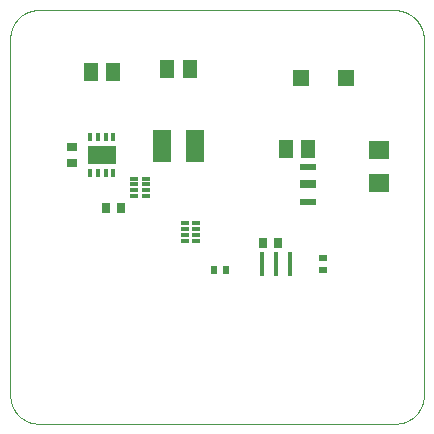
<source format=gbp>
G04 EAGLE Gerber RS-274X export*
G75*
%MOMM*%
%FSLAX35Y35*%
%LPD*%
%INsolder_paste_bottom*%
%IPPOS*%
%AMOC8*
5,1,8,0,0,1.08239X$1,22.5*%
G01*
%ADD10C,0.000000*%
%ADD11R,1.300000X1.500000*%
%ADD12R,0.900000X0.700000*%
%ADD13R,0.700000X0.900000*%
%ADD14R,1.400000X1.400000*%
%ADD15R,2.400000X1.500000*%
%ADD16R,0.350000X0.650000*%
%ADD17R,1.600000X2.700000*%
%ADD18R,0.400000X2.000000*%
%ADD19R,0.700000X0.600000*%
%ADD20R,1.800000X1.600000*%
%ADD21R,0.600000X0.700000*%
%ADD22R,0.650000X0.300000*%
%ADD23R,1.400000X0.570000*%
%ADD24R,1.400000X0.650000*%


D10*
X250000Y0D02*
X3250000Y0D01*
X3500000Y225000D02*
X3500000Y3275000D01*
X3225000Y3500000D02*
X250000Y3500000D01*
X0Y3275000D02*
X0Y225000D01*
X0Y3275000D02*
X371Y3280735D01*
X881Y3286460D01*
X1529Y3292170D01*
X2315Y3297864D01*
X3238Y3303536D01*
X4298Y3309185D01*
X5494Y3314806D01*
X6826Y3320397D01*
X8292Y3325954D01*
X9892Y3331474D01*
X11626Y3336954D01*
X13491Y3342390D01*
X15487Y3347780D01*
X17612Y3353120D01*
X19866Y3358406D01*
X22247Y3363637D01*
X24754Y3368809D01*
X27385Y3373919D01*
X30138Y3378963D01*
X33013Y3383940D01*
X36007Y3388846D01*
X39119Y3393678D01*
X42347Y3398433D01*
X45688Y3403109D01*
X49142Y3407703D01*
X52706Y3412212D01*
X56377Y3416633D01*
X60154Y3420965D01*
X64035Y3425204D01*
X68018Y3429348D01*
X72099Y3433395D01*
X76276Y3437342D01*
X80548Y3441186D01*
X84912Y3444927D01*
X89365Y3448561D01*
X93904Y3452086D01*
X98527Y3455500D01*
X103231Y3458802D01*
X108014Y3461989D01*
X112872Y3465060D01*
X117803Y3468012D01*
X122804Y3470844D01*
X127872Y3473555D01*
X133003Y3476142D01*
X138196Y3478605D01*
X143447Y3480942D01*
X148753Y3483150D01*
X154111Y3485230D01*
X159517Y3487180D01*
X164969Y3488999D01*
X170463Y3490686D01*
X175997Y3492239D01*
X181566Y3493658D01*
X187168Y3494942D01*
X192799Y3496090D01*
X198457Y3497102D01*
X204137Y3497977D01*
X209837Y3498715D01*
X215553Y3499314D01*
X221281Y3499775D01*
X227020Y3500098D01*
X232764Y3500282D01*
X238511Y3500327D01*
X244257Y3500233D01*
X250000Y3500000D01*
X3225000Y3500000D02*
X3231143Y3500538D01*
X3237297Y3500926D01*
X3243459Y3501162D01*
X3249625Y3501247D01*
X3255791Y3501180D01*
X3261953Y3500962D01*
X3268109Y3500594D01*
X3274253Y3500074D01*
X3280383Y3499403D01*
X3286494Y3498582D01*
X3292584Y3497612D01*
X3298648Y3496492D01*
X3304682Y3495224D01*
X3310684Y3493808D01*
X3316649Y3492246D01*
X3322574Y3490537D01*
X3328455Y3488684D01*
X3334289Y3486686D01*
X3340072Y3484546D01*
X3345801Y3482265D01*
X3351472Y3479844D01*
X3357083Y3477285D01*
X3362628Y3474588D01*
X3368106Y3471757D01*
X3373512Y3468792D01*
X3378845Y3465694D01*
X3384099Y3462467D01*
X3389273Y3459113D01*
X3394363Y3455632D01*
X3399366Y3452027D01*
X3404279Y3448300D01*
X3409099Y3444454D01*
X3413823Y3440491D01*
X3418449Y3436414D01*
X3422973Y3432224D01*
X3427393Y3427924D01*
X3431706Y3423517D01*
X3435909Y3419005D01*
X3440001Y3414392D01*
X3443978Y3409679D01*
X3447839Y3404871D01*
X3451580Y3399969D01*
X3455199Y3394977D01*
X3458695Y3389897D01*
X3462066Y3384733D01*
X3465309Y3379489D01*
X3468422Y3374166D01*
X3471403Y3368768D01*
X3474251Y3363299D01*
X3476964Y3357761D01*
X3479540Y3352159D01*
X3481978Y3346495D01*
X3484276Y3340773D01*
X3486433Y3334996D01*
X3488448Y3329168D01*
X3490319Y3323292D01*
X3492045Y3317372D01*
X3493626Y3311412D01*
X3495060Y3305415D01*
X3496346Y3299384D01*
X3497484Y3293323D01*
X3498472Y3287237D01*
X3499311Y3281128D01*
X3500000Y3275000D01*
X3500000Y225000D02*
X3499629Y219265D01*
X3499119Y213540D01*
X3498471Y207830D01*
X3497685Y202136D01*
X3496762Y196464D01*
X3495702Y190815D01*
X3494506Y185194D01*
X3493174Y179603D01*
X3491708Y174046D01*
X3490108Y168526D01*
X3488374Y163046D01*
X3486509Y157610D01*
X3484513Y152220D01*
X3482388Y146880D01*
X3480134Y141594D01*
X3477753Y136363D01*
X3475246Y131191D01*
X3472615Y126081D01*
X3469862Y121037D01*
X3466987Y116060D01*
X3463993Y111154D01*
X3460881Y106322D01*
X3457653Y101567D01*
X3454312Y96891D01*
X3450858Y92297D01*
X3447294Y87788D01*
X3443623Y83367D01*
X3439846Y79035D01*
X3435965Y74796D01*
X3431982Y70652D01*
X3427901Y66605D01*
X3423724Y62658D01*
X3419452Y58814D01*
X3415088Y55073D01*
X3410635Y51439D01*
X3406096Y47914D01*
X3401473Y44500D01*
X3396769Y41198D01*
X3391986Y38011D01*
X3387128Y34940D01*
X3382197Y31988D01*
X3377196Y29156D01*
X3372128Y26445D01*
X3366997Y23858D01*
X3361804Y21395D01*
X3356553Y19058D01*
X3351247Y16850D01*
X3345889Y14770D01*
X3340483Y12820D01*
X3335031Y11001D01*
X3329537Y9314D01*
X3324003Y7761D01*
X3318434Y6342D01*
X3312832Y5058D01*
X3307201Y3910D01*
X3301543Y2898D01*
X3295863Y2023D01*
X3290163Y1285D01*
X3284447Y686D01*
X3278719Y225D01*
X3272980Y-98D01*
X3267236Y-282D01*
X3261489Y-327D01*
X3255743Y-233D01*
X3250000Y0D01*
X250000Y0D02*
X244257Y-233D01*
X238511Y-327D01*
X232764Y-282D01*
X227020Y-98D01*
X221281Y225D01*
X215553Y686D01*
X209837Y1285D01*
X204137Y2023D01*
X198457Y2898D01*
X192799Y3910D01*
X187168Y5058D01*
X181566Y6342D01*
X175997Y7761D01*
X170463Y9314D01*
X164969Y11001D01*
X159517Y12820D01*
X154111Y14770D01*
X148753Y16850D01*
X143447Y19058D01*
X138196Y21395D01*
X133003Y23858D01*
X127872Y26445D01*
X122804Y29156D01*
X117803Y31988D01*
X112872Y34940D01*
X108014Y38011D01*
X103231Y41198D01*
X98527Y44500D01*
X93904Y47914D01*
X89365Y51439D01*
X84912Y55073D01*
X80548Y58814D01*
X76276Y62658D01*
X72099Y66605D01*
X68018Y70652D01*
X64035Y74796D01*
X60154Y79035D01*
X56377Y83367D01*
X52706Y87788D01*
X49142Y92297D01*
X45688Y96891D01*
X42347Y101567D01*
X39119Y106322D01*
X36007Y111154D01*
X33013Y116060D01*
X30138Y121037D01*
X27385Y126081D01*
X24754Y131191D01*
X22247Y136363D01*
X19866Y141594D01*
X17612Y146880D01*
X15487Y152220D01*
X13491Y157610D01*
X11626Y163046D01*
X9892Y168526D01*
X8292Y174046D01*
X6826Y179603D01*
X5494Y185194D01*
X4298Y190815D01*
X3238Y196464D01*
X2315Y202136D01*
X1529Y207830D01*
X881Y213540D01*
X371Y219265D01*
X0Y225000D01*
X3225000Y3500000D02*
X3231143Y3500538D01*
X3237297Y3500926D01*
X3243459Y3501162D01*
X3249625Y3501247D01*
X3255791Y3501180D01*
X3261953Y3500962D01*
X3268109Y3500594D01*
X3274253Y3500074D01*
X3280383Y3499403D01*
X3286494Y3498582D01*
X3292584Y3497612D01*
X3298648Y3496492D01*
X3304682Y3495224D01*
X3310684Y3493808D01*
X3316649Y3492246D01*
X3322574Y3490537D01*
X3328455Y3488684D01*
X3334289Y3486686D01*
X3340072Y3484546D01*
X3345801Y3482265D01*
X3351472Y3479844D01*
X3357083Y3477285D01*
X3362628Y3474588D01*
X3368106Y3471757D01*
X3373512Y3468792D01*
X3378845Y3465694D01*
X3384099Y3462467D01*
X3389273Y3459113D01*
X3394363Y3455632D01*
X3399366Y3452027D01*
X3404279Y3448300D01*
X3409099Y3444454D01*
X3413823Y3440491D01*
X3418449Y3436414D01*
X3422973Y3432224D01*
X3427393Y3427924D01*
X3431706Y3423517D01*
X3435909Y3419005D01*
X3440001Y3414392D01*
X3443978Y3409679D01*
X3447839Y3404871D01*
X3451580Y3399969D01*
X3455199Y3394977D01*
X3458695Y3389897D01*
X3462066Y3384733D01*
X3465309Y3379489D01*
X3468422Y3374166D01*
X3471403Y3368768D01*
X3474251Y3363299D01*
X3476964Y3357761D01*
X3479540Y3352159D01*
X3481978Y3346495D01*
X3484276Y3340773D01*
X3486433Y3334996D01*
X3488448Y3329168D01*
X3490319Y3323292D01*
X3492045Y3317372D01*
X3493626Y3311412D01*
X3495060Y3305415D01*
X3496346Y3299384D01*
X3497484Y3293323D01*
X3498472Y3287237D01*
X3499311Y3281128D01*
X3500000Y3275000D01*
X3500000Y225000D02*
X3499629Y219265D01*
X3499119Y213540D01*
X3498471Y207830D01*
X3497685Y202136D01*
X3496762Y196464D01*
X3495702Y190815D01*
X3494506Y185194D01*
X3493174Y179603D01*
X3491708Y174046D01*
X3490108Y168526D01*
X3488374Y163046D01*
X3486509Y157610D01*
X3484513Y152220D01*
X3482388Y146880D01*
X3480134Y141594D01*
X3477753Y136363D01*
X3475246Y131191D01*
X3472615Y126081D01*
X3469862Y121037D01*
X3466987Y116060D01*
X3463993Y111154D01*
X3460881Y106322D01*
X3457653Y101567D01*
X3454312Y96891D01*
X3450858Y92297D01*
X3447294Y87788D01*
X3443623Y83367D01*
X3439846Y79035D01*
X3435965Y74796D01*
X3431982Y70652D01*
X3427901Y66605D01*
X3423724Y62658D01*
X3419452Y58814D01*
X3415088Y55073D01*
X3410635Y51439D01*
X3406096Y47914D01*
X3401473Y44500D01*
X3396769Y41198D01*
X3391986Y38011D01*
X3387128Y34940D01*
X3382197Y31988D01*
X3377196Y29156D01*
X3372128Y26445D01*
X3366997Y23858D01*
X3361804Y21395D01*
X3356553Y19058D01*
X3351247Y16850D01*
X3345889Y14770D01*
X3340483Y12820D01*
X3335031Y11001D01*
X3329537Y9314D01*
X3324003Y7761D01*
X3318434Y6342D01*
X3312832Y5058D01*
X3307201Y3910D01*
X3301543Y2898D01*
X3295863Y2023D01*
X3290163Y1285D01*
X3284447Y686D01*
X3278719Y225D01*
X3272980Y-98D01*
X3267236Y-282D01*
X3261489Y-327D01*
X3255743Y-233D01*
X3250000Y0D01*
X250000Y0D02*
X244257Y-233D01*
X238511Y-327D01*
X232764Y-282D01*
X227020Y-98D01*
X221281Y225D01*
X215553Y686D01*
X209837Y1285D01*
X204137Y2023D01*
X198457Y2898D01*
X192799Y3910D01*
X187168Y5058D01*
X181566Y6342D01*
X175997Y7761D01*
X170463Y9314D01*
X164969Y11001D01*
X159517Y12820D01*
X154111Y14770D01*
X148753Y16850D01*
X143447Y19058D01*
X138196Y21395D01*
X133003Y23858D01*
X127872Y26445D01*
X122804Y29156D01*
X117803Y31988D01*
X112872Y34940D01*
X108014Y38011D01*
X103231Y41198D01*
X98527Y44500D01*
X93904Y47914D01*
X89365Y51439D01*
X84912Y55073D01*
X80548Y58814D01*
X76276Y62658D01*
X72099Y66605D01*
X68018Y70652D01*
X64035Y74796D01*
X60154Y79035D01*
X56377Y83367D01*
X52706Y87788D01*
X49142Y92297D01*
X45688Y96891D01*
X42347Y101567D01*
X39119Y106322D01*
X36007Y111154D01*
X33013Y116060D01*
X30138Y121037D01*
X27385Y126081D01*
X24754Y131191D01*
X22247Y136363D01*
X19866Y141594D01*
X17612Y146880D01*
X15487Y152220D01*
X13491Y157610D01*
X11626Y163046D01*
X9892Y168526D01*
X8292Y174046D01*
X6826Y179603D01*
X5494Y185194D01*
X4298Y190815D01*
X3238Y196464D01*
X2315Y202136D01*
X1529Y207830D01*
X881Y213540D01*
X371Y219265D01*
X0Y225000D01*
D11*
X1330000Y3000000D03*
X1520000Y3000000D03*
D12*
X525000Y2210000D03*
X525000Y2340000D03*
D13*
X2135000Y1525000D03*
X2265000Y1525000D03*
X940000Y1825000D03*
X810000Y1825000D03*
D14*
X2460000Y2925000D03*
X2840000Y2925000D03*
D15*
X775000Y2275000D03*
D16*
X872500Y2120000D03*
X807500Y2120000D03*
X742500Y2120000D03*
X677500Y2120000D03*
X872500Y2430000D03*
X807500Y2430000D03*
X742500Y2430000D03*
X677500Y2430000D03*
D17*
X1565000Y2350000D03*
X1285000Y2350000D03*
D11*
X680000Y2975000D03*
X870000Y2975000D03*
D18*
X2370000Y1350000D03*
X2250000Y1350000D03*
X2130000Y1350000D03*
D19*
X2650000Y1400000D03*
X2650000Y1300000D03*
D20*
X3125000Y2035000D03*
X3125000Y2315000D03*
D11*
X2330000Y2325000D03*
X2520000Y2325000D03*
D21*
X1725000Y1300000D03*
X1825000Y1300000D03*
D22*
X1475000Y1550000D03*
X1475000Y1600000D03*
X1475000Y1650000D03*
X1475000Y1700000D03*
X1575000Y1700000D03*
X1575000Y1650000D03*
X1575000Y1600000D03*
X1575000Y1550000D03*
X1150000Y2075000D03*
X1150000Y2025000D03*
X1150000Y1975000D03*
X1150000Y1925000D03*
X1050000Y1925000D03*
X1050000Y1975000D03*
X1050000Y2025000D03*
X1050000Y2075000D03*
D23*
X2518500Y1875000D03*
X2518500Y2175000D03*
D24*
X2518500Y2025000D03*
M02*

</source>
